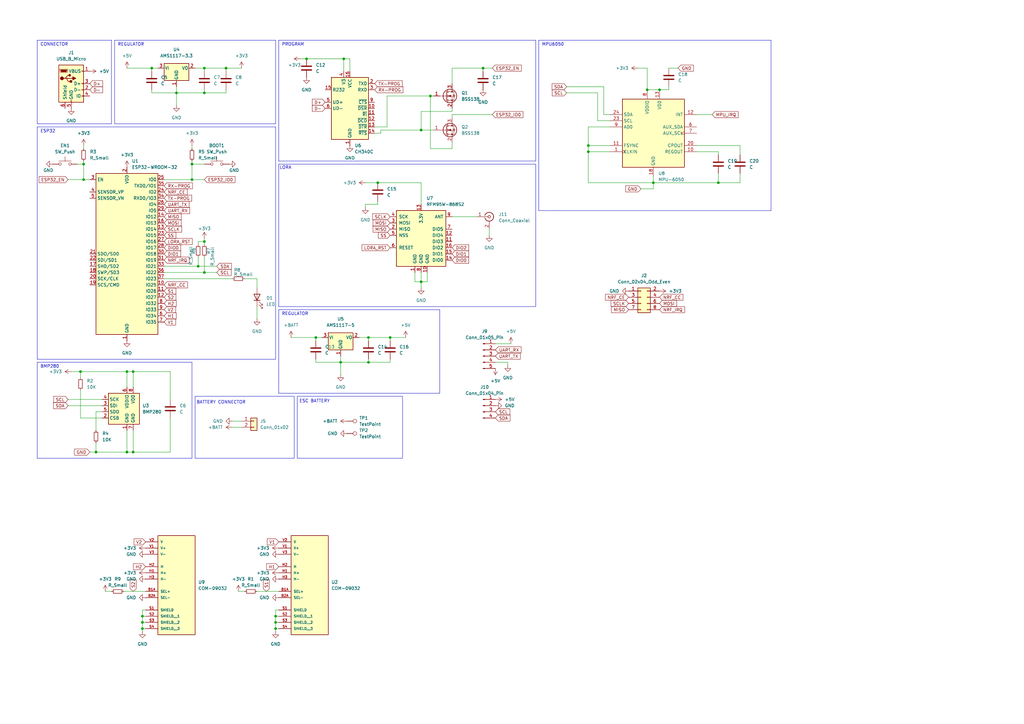
<source format=kicad_sch>
(kicad_sch (version 20231120) (generator "eeschema") (generator_version "8.0")
  (paper "A3")
  (junction (at 113.03 257.81))
  (junction (at 140.97 24.13))
  (junction (at 72.39 38.1))
  (junction (at 151.13 148.59))
  (junction (at 241.3 62.23))
  (junction (at 241.3 59.69))
  (junction (at 151.13 138.43))
  (junction (at 267.97 74.93))
  (junction (at 154.94 74.93))
  (junction (at 81.28 109.22))
  (junction (at 176.53 39.37))
  (junction (at 52.07 185.42))
  (junction (at 270.51 36.83))
  (junction (at 160.02 138.43))
  (junction (at 54.61 152.4))
  (junction (at 83.82 27.94))
  (junction (at 113.03 255.27))
  (junction (at 83.82 38.1))
  (junction (at 34.29 67.31))
  (junction (at 139.7 148.59))
  (junction (at 125.73 24.13))
  (junction (at 33.02 152.4))
  (junction (at 58.42 252.73))
  (junction (at 52.07 152.4))
  (junction (at 83.82 111.76))
  (junction (at 58.42 257.81))
  (junction (at 39.37 185.42))
  (junction (at 34.29 73.66))
  (junction (at 294.64 74.93))
  (junction (at 78.74 67.31))
  (junction (at 129.54 138.43))
  (junction (at 172.72 115.57))
  (junction (at 58.42 255.27))
  (junction (at 78.74 73.66))
  (junction (at 265.43 36.83))
  (junction (at 83.82 99.06))
  (junction (at 62.23 27.94))
  (junction (at 92.71 27.94))
  (junction (at 54.61 185.42))
  (junction (at 113.03 252.73))
  (junction (at 172.72 53.34))
  (junction (at 198.12 27.94))
  (wire (pts (xy 149.86 74.93) (xy 154.94 74.93)))
  (wire (pts (xy 69.85 185.42) (xy 54.61 185.42)))
  (wire (pts (xy 41.91 171.45) (xy 33.02 171.45)))
  (polyline (pts (xy 15.24 187.96) (xy 45.72 187.96)))
  (polyline (pts (xy 114.3 66.04) (xy 219.71 66.04)))
  (wire (pts (xy 170.18 111.76) (xy 170.18 115.57)))
  (wire (pts (xy 129.54 138.43) (xy 132.08 138.43)))
  (polyline (pts (xy 114.3 127) (xy 180.34 127)))
  (polyline (pts (xy 78.74 148.59) (xy 15.24 148.59)))
  (wire (pts (xy 158.75 39.37) (xy 158.75 52.07)))
  (wire (pts (xy 153.67 54.61) (xy 156.21 54.61)))
  (wire (pts (xy 58.42 250.19) (xy 58.42 252.73)))
  (wire (pts (xy 92.71 38.1) (xy 83.82 38.1)))
  (wire (pts (xy 241.3 59.69) (xy 250.19 59.69)))
  (polyline (pts (xy 113.03 52.07) (xy 15.24 52.07)))
  (wire (pts (xy 158.75 39.37) (xy 176.53 39.37)))
  (polyline (pts (xy 113.03 125.73) (xy 113.03 147.32)))
  (wire (pts (xy 175.26 111.76) (xy 175.26 115.57)))
  (wire (pts (xy 149.86 83.82) (xy 149.86 85.09)))
  (wire (pts (xy 58.42 255.27) (xy 59.69 255.27)))
  (wire (pts (xy 33.02 152.4) (xy 52.07 152.4)))
  (wire (pts (xy 143.51 29.21) (xy 143.51 24.13)))
  (wire (pts (xy 69.85 152.4) (xy 54.61 152.4)))
  (wire (pts (xy 54.61 158.75) (xy 54.61 152.4)))
  (polyline (pts (xy 78.74 187.96) (xy 78.74 148.59)))
  (wire (pts (xy 274.32 27.94) (xy 278.13 27.94)))
  (polyline (pts (xy 114.3 161.29) (xy 114.3 127)))
  (polyline (pts (xy 113.03 50.8) (xy 46.99 50.8)))
  (wire (pts (xy 52.07 152.4) (xy 54.61 152.4)))
  (wire (pts (xy 88.9 111.76) (xy 83.82 111.76)))
  (wire (pts (xy 105.41 125.73) (xy 105.41 130.81)))
  (wire (pts (xy 27.94 73.66) (xy 34.29 73.66)))
  (polyline (pts (xy 15.24 148.59) (xy 15.24 187.96)))
  (wire (pts (xy 274.32 36.83) (xy 274.32 35.56)))
  (wire (pts (xy 39.37 181.61) (xy 39.37 185.42)))
  (wire (pts (xy 36.83 185.42) (xy 39.37 185.42)))
  (wire (pts (xy 270.51 36.83) (xy 274.32 36.83)))
  (wire (pts (xy 151.13 139.7) (xy 151.13 138.43)))
  (wire (pts (xy 81.28 99.06) (xy 83.82 99.06)))
  (wire (pts (xy 34.29 73.66) (xy 34.29 67.31)))
  (polyline (pts (xy 219.71 16.51) (xy 114.3 16.51)))
  (wire (pts (xy 39.37 185.42) (xy 52.07 185.42)))
  (wire (pts (xy 185.42 88.9) (xy 195.58 88.9)))
  (wire (pts (xy 303.53 59.69) (xy 303.53 63.5)))
  (wire (pts (xy 97.79 242.57) (xy 100.33 242.57)))
  (wire (pts (xy 185.42 58.42) (xy 185.42 60.96)))
  (wire (pts (xy 241.3 74.93) (xy 267.97 74.93)))
  (wire (pts (xy 69.85 163.83) (xy 69.85 152.4)))
  (wire (pts (xy 247.65 46.99) (xy 247.65 35.56)))
  (wire (pts (xy 78.74 67.31) (xy 83.82 67.31)))
  (wire (pts (xy 125.73 24.13) (xy 140.97 24.13)))
  (polyline (pts (xy 316.23 16.51) (xy 220.98 16.51)))
  (wire (pts (xy 250.19 52.07) (xy 241.3 52.07)))
  (wire (pts (xy 154.94 83.82) (xy 149.86 83.82)))
  (wire (pts (xy 265.43 36.83) (xy 270.51 36.83)))
  (wire (pts (xy 185.42 48.26) (xy 185.42 46.99)))
  (wire (pts (xy 105.41 114.3) (xy 105.41 118.11)))
  (polyline (pts (xy 114.3 16.51) (xy 114.3 66.04)))
  (wire (pts (xy 303.53 71.12) (xy 303.53 74.93)))
  (wire (pts (xy 140.97 29.21) (xy 140.97 24.13)))
  (wire (pts (xy 119.38 138.43) (xy 129.54 138.43)))
  (wire (pts (xy 29.21 152.4) (xy 33.02 152.4)))
  (wire (pts (xy 232.41 38.1) (xy 245.11 38.1)))
  (polyline (pts (xy 46.99 16.51) (xy 113.03 16.51)))
  (wire (pts (xy 151.13 138.43) (xy 160.02 138.43)))
  (polyline (pts (xy 15.24 50.8) (xy 45.72 50.8)))
  (wire (pts (xy 185.42 34.29) (xy 185.42 27.94)))
  (wire (pts (xy 113.03 257.81) (xy 114.3 257.81)))
  (polyline (pts (xy 180.34 161.29) (xy 114.3 161.29)))
  (wire (pts (xy 58.42 257.81) (xy 59.69 257.81)))
  (wire (pts (xy 83.82 105.41) (xy 83.82 111.76)))
  (wire (pts (xy 27.94 166.37) (xy 41.91 166.37)))
  (wire (pts (xy 62.23 38.1) (xy 72.39 38.1)))
  (wire (pts (xy 294.64 62.23) (xy 294.64 63.5)))
  (polyline (pts (xy 15.24 147.32) (xy 113.03 147.32)))
  (wire (pts (xy 83.82 73.66) (xy 78.74 73.66)))
  (wire (pts (xy 43.18 242.57) (xy 45.72 242.57)))
  (wire (pts (xy 58.42 255.27) (xy 58.42 257.81)))
  (wire (pts (xy 95.25 172.72) (xy 99.06 172.72)))
  (polyline (pts (xy 316.23 86.36) (xy 316.23 16.51)))
  (wire (pts (xy 185.42 60.96) (xy 176.53 60.96)))
  (wire (pts (xy 129.54 138.43) (xy 129.54 139.7)))
  (wire (pts (xy 78.74 59.69) (xy 78.74 60.96)))
  (wire (pts (xy 62.23 36.83) (xy 62.23 38.1)))
  (wire (pts (xy 83.82 99.06) (xy 83.82 100.33)))
  (wire (pts (xy 80.01 27.94) (xy 83.82 27.94)))
  (wire (pts (xy 303.53 74.93) (xy 294.64 74.93)))
  (wire (pts (xy 123.19 24.13) (xy 125.73 24.13)))
  (wire (pts (xy 113.03 250.19) (xy 113.03 252.73)))
  (wire (pts (xy 151.13 148.59) (xy 139.7 148.59)))
  (wire (pts (xy 58.42 257.81) (xy 58.42 259.08)))
  (wire (pts (xy 81.28 100.33) (xy 81.28 99.06)))
  (wire (pts (xy 245.11 49.53) (xy 245.11 38.1)))
  (wire (pts (xy 241.3 52.07) (xy 241.3 59.69)))
  (wire (pts (xy 143.51 24.13) (xy 140.97 24.13)))
  (wire (pts (xy 67.31 114.3) (xy 95.25 114.3)))
  (wire (pts (xy 151.13 147.32) (xy 151.13 148.59)))
  (wire (pts (xy 113.03 255.27) (xy 113.03 257.81)))
  (wire (pts (xy 156.21 53.34) (xy 172.72 53.34)))
  (wire (pts (xy 62.23 27.94) (xy 62.23 29.21)))
  (wire (pts (xy 185.42 44.45) (xy 185.42 45.72)))
  (wire (pts (xy 81.28 105.41) (xy 81.28 109.22)))
  (polyline (pts (xy 45.72 50.8) (xy 45.72 16.51)))
  (wire (pts (xy 100.33 114.3) (xy 105.41 114.3)))
  (wire (pts (xy 88.9 109.22) (xy 81.28 109.22)))
  (polyline (pts (xy 46.99 50.8) (xy 46.99 16.51)))
  (wire (pts (xy 185.42 45.72) (xy 172.72 45.72)))
  (wire (pts (xy 139.7 148.59) (xy 139.7 153.67)))
  (wire (pts (xy 129.54 147.32) (xy 129.54 148.59)))
  (wire (pts (xy 285.75 62.23) (xy 294.64 62.23)))
  (wire (pts (xy 33.02 152.4) (xy 33.02 154.94)))
  (wire (pts (xy 92.71 36.83) (xy 92.71 38.1)))
  (wire (pts (xy 241.3 62.23) (xy 241.3 74.93)))
  (wire (pts (xy 129.54 148.59) (xy 139.7 148.59)))
  (wire (pts (xy 27.94 163.83) (xy 41.91 163.83)))
  (wire (pts (xy 154.94 82.55) (xy 154.94 83.82)))
  (wire (pts (xy 54.61 185.42) (xy 52.07 185.42)))
  (wire (pts (xy 153.67 52.07) (xy 158.75 52.07)))
  (wire (pts (xy 78.74 73.66) (xy 67.31 73.66)))
  (wire (pts (xy 160.02 139.7) (xy 160.02 138.43)))
  (wire (pts (xy 113.03 250.19) (xy 114.3 250.19)))
  (wire (pts (xy 39.37 168.91) (xy 39.37 176.53)))
  (wire (pts (xy 294.64 74.93) (xy 267.97 74.93)))
  (wire (pts (xy 241.3 62.23) (xy 250.19 62.23)))
  (wire (pts (xy 52.07 152.4) (xy 52.07 158.75)))
  (wire (pts (xy 267.97 74.93) (xy 267.97 77.47)))
  (wire (pts (xy 113.03 252.73) (xy 114.3 252.73)))
  (wire (pts (xy 72.39 38.1) (xy 72.39 43.18)))
  (polyline (pts (xy 219.71 66.04) (xy 219.71 16.51)))
  (wire (pts (xy 92.71 29.21) (xy 92.71 27.94)))
  (wire (pts (xy 139.7 146.05) (xy 139.7 148.59)))
  (wire (pts (xy 83.82 36.83) (xy 83.82 38.1)))
  (wire (pts (xy 52.07 27.94) (xy 62.23 27.94)))
  (wire (pts (xy 52.07 176.53) (xy 52.07 185.42)))
  (wire (pts (xy 285.75 59.69) (xy 303.53 59.69)))
  (wire (pts (xy 176.53 39.37) (xy 177.8 39.37)))
  (wire (pts (xy 172.72 115.57) (xy 170.18 115.57)))
  (wire (pts (xy 54.61 176.53) (xy 54.61 185.42)))
  (wire (pts (xy 113.03 252.73) (xy 113.03 255.27)))
  (polyline (pts (xy 227.33 86.36) (xy 316.23 86.36)))
  (wire (pts (xy 105.41 242.57) (xy 114.3 242.57)))
  (wire (pts (xy 34.29 67.31) (xy 31.75 67.31)))
  (wire (pts (xy 232.41 35.56) (xy 247.65 35.56)))
  (wire (pts (xy 200.66 93.98) (xy 200.66 96.52)))
  (wire (pts (xy 34.29 73.66) (xy 36.83 73.66)))
  (wire (pts (xy 285.75 46.99) (xy 292.1 46.99)))
  (polyline (pts (xy 113.03 125.73) (xy 113.03 52.07)))
  (wire (pts (xy 92.71 27.94) (xy 99.06 27.94)))
  (wire (pts (xy 62.23 27.94) (xy 64.77 27.94)))
  (wire (pts (xy 262.89 77.47) (xy 267.97 77.47)))
  (wire (pts (xy 265.43 36.83) (xy 265.43 27.94)))
  (wire (pts (xy 72.39 35.56) (xy 72.39 38.1)))
  (wire (pts (xy 175.26 115.57) (xy 172.72 115.57)))
  (wire (pts (xy 267.97 72.39) (xy 267.97 74.93)))
  (wire (pts (xy 67.31 109.22) (xy 81.28 109.22)))
  (wire (pts (xy 69.85 171.45) (xy 69.85 185.42)))
  (polyline (pts (xy 15.24 16.51) (xy 15.24 50.8)))
  (wire (pts (xy 34.29 66.04) (xy 34.29 67.31)))
  (wire (pts (xy 247.65 46.99) (xy 250.19 46.99)))
  (wire (pts (xy 177.8 53.34) (xy 172.72 53.34)))
  (wire (pts (xy 113.03 255.27) (xy 114.3 255.27)))
  (wire (pts (xy 58.42 250.19) (xy 59.69 250.19)))
  (wire (pts (xy 172.72 115.57) (xy 172.72 118.11)))
  (wire (pts (xy 156.21 54.61) (xy 156.21 53.34)))
  (wire (pts (xy 41.91 168.91) (xy 39.37 168.91)))
  (wire (pts (xy 203.2 140.97) (xy 209.55 140.97)))
  (wire (pts (xy 34.29 59.69) (xy 34.29 60.96)))
  (wire (pts (xy 172.72 83.82) (xy 172.72 74.93)))
  (wire (pts (xy 113.03 257.81) (xy 113.03 259.08)))
  (wire (pts (xy 160.02 147.32) (xy 160.02 148.59)))
  (wire (pts (xy 95.25 175.26) (xy 99.06 175.26)))
  (wire (pts (xy 198.12 27.94) (xy 201.93 27.94)))
  (wire (pts (xy 83.82 29.21) (xy 83.82 27.94)))
  (wire (pts (xy 50.8 242.57) (xy 59.69 242.57)))
  (polyline (pts (xy 45.72 16.51) (xy 15.24 16.51)))
  (wire (pts (xy 78.74 73.66) (xy 78.74 67.31)))
  (wire (pts (xy 172.72 74.93) (xy 154.94 74.93)))
  (wire (pts (xy 203.2 148.59) (xy 208.28 148.59)))
  (polyline (pts (xy 45.72 187.96) (xy 78.74 187.96)))
  (wire (pts (xy 198.12 27.94) (xy 198.12 29.21)))
  (wire (pts (xy 176.53 60.96) (xy 176.53 39.37)))
  (polyline (pts (xy 180.34 127) (xy 180.34 161.29)))
  (wire (pts (xy 172.72 111.76) (xy 172.72 115.57)))
  (wire (pts (xy 160.02 148.59) (xy 151.13 148.59)))
  (wire (pts (xy 78.74 66.04) (xy 78.74 67.31)))
  (wire (pts (xy 241.3 59.69) (xy 241.3 62.23)))
  (wire (pts (xy 294.64 71.12) (xy 294.64 74.93)))
  (polyline (pts (xy 15.24 52.07) (xy 15.24 147.32)))
  (wire (pts (xy 250.19 49.53) (xy 245.11 49.53)))
  (wire (pts (xy 147.32 138.43) (xy 151.13 138.43)))
  (wire (pts (xy 83.82 97.79) (xy 83.82 99.06)))
  (wire (pts (xy 67.31 111.76) (xy 83.82 111.76)))
  (wire (pts (xy 58.42 252.73) (xy 58.42 255.27)))
  (wire (pts (xy 261.62 27.94) (xy 265.43 27.94)))
  (wire (pts (xy 185.42 27.94) (xy 198.12 27.94)))
  (wire (pts (xy 83.82 27.94) (xy 92.71 27.94)))
  (wire (pts (xy 58.42 252.73) (xy 59.69 252.73)))
  (polyline (pts (xy 220.98 16.51) (xy 220.98 86.36)))
  (wire (pts (xy 208.28 148.59) (xy 208.28 149.86)))
  (wire (pts (xy 33.02 171.45) (xy 33.02 160.02)))
  (wire (pts (xy 160.02 138.43) (xy 166.37 138.43)))
  (wire (pts (xy 185.42 46.99) (xy 201.93 46.99)))
  (wire (pts (xy 172.72 45.72) (xy 172.72 53.34)))
  (wire (pts (xy 83.82 38.1) (xy 72.39 38.1)))
  (polyline (pts (xy 113.03 16.51) (xy 113.03 50.8)))
  (polyline (pts (xy 220.98 86.36) (xy 227.33 86.36)))
  (rectangle (start 121.92 162.56) (end 165.1 187.96))
  (rectangle (start 114.3 67.31) (end 219.71 125.73))
  (rectangle (start 80.01 162.56) (end 120.65 187.96))
  (text "CONNECTOR" (at 16.51 19.05 0) (effects (font (size 1.27 1.27)) (justify left bottom)))
  (text "REGULATOR" (at 48.26 19.05 0) (effects (font (size 1.27 1.27)) (justify left bottom)))
  (text "REGULATOR" (at 115.57 129.54 0) (effects (font (size 1.27 1.27)) (justify left bottom)))
  (text "MPU6050\n" (at 222.25 19.05 0) (effects (font (size 1.27 1.27)) (justify left bottom)))
  (text "BMP280\n" (at 16.51 151.13 0) (effects (font (size 1.27 1.27)) (justify left bottom)))
  (text "ESC BATTERY" (at 129.032 164.592 0) (effects (font (size 1.27 1.27))))
  (text "LORA" (at 117.094 68.834 0) (effects (font (size 1.27 1.27))))
  (text "PROGRAM" (at 115.57 19.05 0) (effects (font (size 1.27 1.27)) (justify left bottom)))
  (text "ESP32\n" (at 16.51 54.61 0) (effects (font (size 1.27 1.27)) (justify left bottom)))
  (text "BATTERY CONNECTOR" (at 90.678 165.1 0) (effects (font (size 1.27 1.27))))
  (global_label "UART_TX" (shape input) (at 67.31 83.82 0) (property "Intersheetrefs" "${INTERSHEET_REFS}" (effects (hide yes))))
  (global_label "SCL" (shape input) (at 203.2 168.91 0) (property "Intersheetrefs" "${INTERSHEET_REFS}" (effects (hide yes))))
  (global_label "SS" (shape input) (at 67.31 96.52 0) (property "Intersheetrefs" "${INTERSHEET_REFS}" (effects (hide yes))))
  (global_label "TX-PROG" (shape input) (at 153.67 34.29 0) (property "Intersheetrefs" "${INTERSHEET_REFS}" (effects (hide yes))))
  (global_label "SCL" (shape input) (at 88.9 111.76 0) (property "Intersheetrefs" "${INTERSHEET_REFS}" (effects (hide yes))))
  (global_label "MOSI" (shape input) (at 270.51 124.46 0) (property "Intersheetrefs" "${INTERSHEET_REFS}" (effects (hide yes))))
  (global_label "TX-PROG" (shape input) (at 67.31 81.28 0) (property "Intersheetrefs" "${INTERSHEET_REFS}" (effects (hide yes))))
  (global_label "D+" (shape input) (at 133.35 41.91 180) (property "Intersheetrefs" "${INTERSHEET_REFS}" (effects (hide yes))))
  (global_label "H1" (shape input) (at 67.31 129.54 0) (property "Intersheetrefs" "${INTERSHEET_REFS}" (effects (hide yes))))
  (global_label "V2" (shape input) (at 59.69 222.25 180) (property "Intersheetrefs" "${INTERSHEET_REFS}" (effects (hide yes))))
  (global_label "MPU_IRQ" (shape input) (at 292.1 46.99 0) (property "Intersheetrefs" "${INTERSHEET_REFS}" (effects (hide yes))))
  (global_label "SDA" (shape input) (at 203.2 171.45 0) (property "Intersheetrefs" "${INTERSHEET_REFS}" (effects (hide yes))))
  (global_label "GND" (shape input) (at 278.13 27.94 0) (property "Intersheetrefs" "${INTERSHEET_REFS}" (effects (hide yes))))
  (global_label "H2" (shape input) (at 67.31 124.46 0) (property "Intersheetrefs" "${INTERSHEET_REFS}" (effects (hide yes))))
  (global_label "D-" (shape input) (at 133.35 44.45 180) (property "Intersheetrefs" "${INTERSHEET_REFS}" (effects (hide yes))))
  (global_label "RX-PROG" (shape input) (at 153.67 36.83 0) (property "Intersheetrefs" "${INTERSHEET_REFS}" (effects (hide yes))))
  (global_label "S1" (shape input) (at 67.31 119.38 0) (property "Intersheetrefs" "${INTERSHEET_REFS}" (effects (hide yes))))
  (global_label "UART_RX" (shape input) (at 203.2 143.51 0) (property "Intersheetrefs" "${INTERSHEET_REFS}" (effects (hide yes))))
  (global_label "MISO" (shape input) (at 160.02 93.98 180) (property "Intersheetrefs" "${INTERSHEET_REFS}" (effects (hide yes))))
  (global_label "H2" (shape input) (at 59.69 232.41 180) (property "Intersheetrefs" "${INTERSHEET_REFS}" (effects (hide yes))))
  (global_label "MOSI" (shape input) (at 160.02 91.44 180) (property "Intersheetrefs" "${INTERSHEET_REFS}" (effects (hide yes))))
  (global_label "DIO1" (shape input) (at 67.31 104.14 0) (property "Intersheetrefs" "${INTERSHEET_REFS}" (effects (hide yes))))
  (global_label "V1" (shape input) (at 67.31 132.08 0) (property "Intersheetrefs" "${INTERSHEET_REFS}" (effects (hide yes))))
  (global_label "H1" (shape input) (at 114.3 232.41 180) (property "Intersheetrefs" "${INTERSHEET_REFS}" (effects (hide yes))))
  (global_label "SCL" (shape input) (at 27.94 163.83 180) (property "Intersheetrefs" "${INTERSHEET_REFS}" (effects (hide yes))))
  (global_label "D+" (shape input) (at 36.83 34.29 0) (property "Intersheetrefs" "${INTERSHEET_REFS}" (effects (hide yes))))
  (global_label "ESP32_EN" (shape input) (at 201.93 27.94 0) (property "Intersheetrefs" "${INTERSHEET_REFS}" (effects (hide yes))))
  (global_label "NRF_CE" (shape input) (at 67.31 78.74 0) (property "Intersheetrefs" "${INTERSHEET_REFS}" (effects (hide yes))))
  (global_label "ESP32_EN" (shape input) (at 27.94 73.66 180) (property "Intersheetrefs" "${INTERSHEET_REFS}" (effects (hide yes))))
  (global_label "LORA_RST" (shape input) (at 160.02 101.6 180) (property "Intersheetrefs" "${INTERSHEET_REFS}" (effects (hide yes))))
  (global_label "V2" (shape input) (at 67.31 127 0) (property "Intersheetrefs" "${INTERSHEET_REFS}" (effects (hide yes))))
  (global_label "UART_RX" (shape input) (at 67.31 86.36 0) (property "Intersheetrefs" "${INTERSHEET_REFS}" (effects (hide yes))))
  (global_label "SCL" (shape input) (at 232.41 38.1 180) (property "Intersheetrefs" "${INTERSHEET_REFS}" (effects (hide yes))))
  (global_label "MOSI" (shape input) (at 67.31 91.44 0) (property "Intersheetrefs" "${INTERSHEET_REFS}" (effects (hide yes))))
  (global_label "SCLK" (shape input) (at 160.02 88.9 180) (property "Intersheetrefs" "${INTERSHEET_REFS}" (effects (hide yes))))
  (global_label "SDA" (shape input) (at 27.94 166.37 180) (property "Intersheetrefs" "${INTERSHEET_REFS}" (effects (hide yes))))
  (global_label "ESP32_IO0" (shape input) (at 83.82 73.66 0) (property "Intersheetrefs" "${INTERSHEET_REFS}" (effects (hide yes))))
  (global_label "MISO" (shape input) (at 67.31 88.9 0) (property "Intersheetrefs" "${INTERSHEET_REFS}" (effects (hide yes))))
  (global_label "S2" (shape input) (at 67.31 121.92 0) (property "Intersheetrefs" "${INTERSHEET_REFS}" (effects (hide yes))))
  (global_label "S1" (shape input) (at 109.22 242.57 90) (property "Intersheetrefs" "${INTERSHEET_REFS}" (effects (hide yes))))
  (global_label "NRF_IRQ" (shape input) (at 270.51 127 0) (property "Intersheetrefs" "${INTERSHEET_REFS}" (effects (hide yes))))
  (global_label "SDA" (shape input) (at 232.41 35.56 180) (property "Intersheetrefs" "${INTERSHEET_REFS}" (effects (hide yes))))
  (global_label "NRF_CC" (shape input) (at 67.31 116.84 0) (property "Intersheetrefs" "${INTERSHEET_REFS}" (effects (hide yes))))
  (global_label "ESP32_IO0" (shape input) (at 201.93 46.99 0) (property "Intersheetrefs" "${INTERSHEET_REFS}" (effects (hide yes))))
  (global_label "S2" (shape input) (at 54.61 242.57 90) (property "Intersheetrefs" "${INTERSHEET_REFS}" (effects (hide yes))))
  (global_label "LORA_RST" (shape input) (at 67.31 99.06 0) (property "Intersheetrefs" "${INTERSHEET_REFS}" (effects (hide yes))))
  (global_label "SCLK" (shape input) (at 67.31 93.98 0) (property "Intersheetrefs" "${INTERSHEET_REFS}" (effects (hide yes))))
  (global_label "SS" (shape input) (at 160.02 96.52 180) (property "Intersheetrefs" "${INTERSHEET_REFS}" (effects (hide yes))))
  (global_label "NRF_CC" (shape input) (at 270.51 121.92 0) (property "Intersheetrefs" "${INTERSHEET_REFS}" (effects (hide yes))))
  (global_label "DIO2" (shape input) (at 185.42 101.6 0) (property "Intersheetrefs" "${INTERSHEET_REFS}" (effects (hide yes))))
  (global_label "GND" (shape input) (at 262.89 77.47 180) (property "Intersheetrefs" "${INTERSHEET_REFS}" (effects (hide yes))))
  (global_label "UART_TX" (shape input) (at 203.2 146.05 0) (property "Intersheetrefs" "${INTERSHEET_REFS}" (effects (hide yes))))
  (global_label "NRF_IRQ" (shape input) (at 67.31 106.68 0) (property "Intersheetrefs" "${INTERSHEET_REFS}" (effects (hide yes))))
  (global_label "D-" (shape input) (at 36.83 36.83 0) (property "Intersheetrefs" "${INTERSHEET_REFS}" (effects (hide yes))))
  (global_label "RX-PROG" (shape input) (at 67.31 76.2 0) (property "Intersheetrefs" "${INTERSHEET_REFS}" (effects (hide yes))))
  (global_label "GND" (shape input) (at 36.83 185.42 180) (property "Intersheetrefs" "${INTERSHEET_REFS}" (effects (hide yes))))
  (global_label "MISO" (shape input) (at 257.81 127 180) (property "Intersheetrefs" "${INTERSHEET_REFS}" (effects (hide yes))))
  (global_label "NRF_CE" (shape input) (at 257.81 121.92 180) (property "Intersheetrefs" "${INTERSHEET_REFS}" (effects (hide yes))))
  (global_label "DIO0" (shape input) (at 185.42 106.68 0) (property "Intersheetrefs" "${INTERSHEET_REFS}" (effects (hide yes))))
  (global_label "DIO0" (shape input) (at 67.31 101.6 0) (property "Intersheetrefs" "${INTERSHEET_REFS}" (effects (hide yes))))
  (global_label "V1" (shape input) (at 114.3 222.25 180) (property "Intersheetrefs" "${INTERSHEET_REFS}" (effects (hide yes))))
  (global_label "SDA" (shape input) (at 88.9 109.22 0) (property "Intersheetrefs" "${INTERSHEET_REFS}" (effects (hide yes))))
  (global_label "DIO1" (shape input) (at 185.42 104.14 0) (property "Intersheetrefs" "${INTERSHEET_REFS}" (effects (hide yes))))
  (global_label "SCLK" (shape input) (at 257.81 124.46 180) (property "Intersheetrefs" "${INTERSHEET_REFS}" (effects (hide yes))))
  (symbol (lib_id "power:GND") (at 143.51 59.69 0) (unit 1)
    (property "Reference" "#PWR042" (effects (hide yes)))
    (property "Value" "GND" (at 143.51 64.77 0))
  )
  (symbol (lib_id "power:GND") (at 208.28 149.86 0) (unit 1)
    (property "Reference" "#PWR045" (effects (hide yes)))
    (property "Value" "GND" (at 208.28 154.94 0))
  )
  (symbol (lib_id "Connector:Conn_Coaxial") (at 200.66 88.9 0) (unit 1)
    (property "Reference" "J11" (at 204.47 87.9231 0) (effects (justify left)))
    (property "Value" "Conn_Coaxial" (at 204.47 90.4631 0) (effects (justify left)))
    (property "Footprint" "Connector_Coaxial:SMA_Samtec_SMA-J-P-H-ST-EM1_EdgeMount" (effects (hide yes)))
    (property "Description" "coaxial connector (BNC, SMA, SMB, SMC, Cinch/RCA, LEMO, ...)" (effects (hide yes)))
  )
  (symbol (lib_id "joystick:COM-09032") (at 127 234.95 0) (unit 1)
    (property "Reference" "U2" (at 135.89 238.7599 0) (effects (justify left)))
    (property "Value" "COM-09032" (at 135.89 241.2999 0) (effects (justify left)))
    (property "Footprint" "COM-09032:XDCR_COM-09032" (effects (hide yes)))
    (property "MF" "SparkFun Electronics" (effects (hide yes)))
    (property "MAXIMUM_PACKAGE_HEIGHT" "30.1mm" (effects (hide yes)))
    (property "Package" "Package" (effects (hide yes)))
    (property "Price" "None" (effects (hide yes)))
    (property "Check_prices" "https://www.snapeda.com/parts/COM-09032/SparkFun/view-part/?ref=eda" (effects (hide yes)))
    (property "STANDARD" "Manufacturer Recommendations" (effects (hide yes)))
    (property "PARTREV" "N/A" (effects (hide yes)))
    (property "SnapEDA_Link" "https://www.snapeda.com/parts/COM-09032/SparkFun/view-part/?ref=snap" (effects (hide yes)))
    (property "MP" "COM-09032" (effects (hide yes)))
    (property "Description_1" "\n                        \n                            Joystick, 2 - Axis Analog (Resistive) Output\n                        \n" (effects (hide yes)))
    (property "Availability" "In Stock" (effects (hide yes)))
    (property "MANUFACTURER" "SparkFun Electronics" (effects (hide yes)))
  )
  (symbol (lib_id "power:+5V") (at 203.2 163.83 270) (unit 1)
    (property "Reference" "#PWR043" (effects (hide yes)))
    (property "Value" "+5V" (at 207.01 163.8299 90) (effects (justify left)))
  )
  (symbol (lib_id "power:+3V3") (at 59.69 224.79 90) (unit 1)
    (property "Reference" "#PWR016" (effects (hide yes)))
    (property "Value" "+3V3" (at 55.88 224.7899 90) (effects (justify left)))
  )
  (symbol (lib_id "Device:R_Small") (at 78.74 63.5 0) (unit 1)
    (property "Reference" "R5" (at 81.28 62.2299 0) (effects (justify left)))
    (property "Value" "R_Small" (at 81.28 64.7699 0) (effects (justify left)))
    (property "Footprint" "Resistor_SMD:R_0603_1608Metric" (effects (hide yes)))
  )
  (symbol (lib_id "power:+5V") (at 203.2 151.13 180) (unit 1)
    (property "Reference" "#PWR013" (effects (hide yes)))
    (property "Value" "+5V" (at 203.2 156.21 0))
  )
  (symbol (lib_id "power:+3V3") (at 114.3 234.95 90) (unit 1)
    (property "Reference" "#PWR01" (effects (hide yes)))
    (property "Value" "+3V3" (at 110.49 234.9499 90) (effects (justify left)))
  )
  (symbol (lib_id "Device:C") (at 303.53 67.31 0) (unit 1)
    (property "Reference" "C20" (at 307.34 66.0399 0) (effects (justify left)))
    (property "Value" "C" (at 307.34 68.5799 0) (effects (justify left)))
    (property "Footprint" "Capacitor_SMD:C_0603_1608Metric" (effects (hide yes)))
  )
  (symbol (lib_id "power:GND") (at 114.3 227.33 270) (unit 1)
    (property "Reference" "#PWR04" (effects (hide yes)))
    (property "Value" "GND" (at 110.49 227.3299 90) (effects (justify right)))
    (property "Description" "Power symbol creates a global label with name \"GND\" , ground" (effects (hide yes)))
  )
  (symbol (lib_id "power:GND") (at 59.69 237.49 270) (unit 1)
    (property "Reference" "#PWR025" (effects (hide yes)))
    (property "Value" "GND" (at 55.88 237.4899 90) (effects (justify right)))
    (property "Description" "Power symbol creates a global label with name \"GND\" , ground" (effects (hide yes)))
  )
  (symbol (lib_id "Device:C") (at 198.12 33.02 0) (unit 1)
    (property "Reference" "C17" (at 201.93 31.7499 0) (effects (justify left)))
    (property "Value" "C" (at 201.93 34.2899 0) (effects (justify left)))
    (property "Footprint" "Capacitor_SMD:C_0603_1608Metric" (effects (hide yes)))
  )
  (symbol (lib_id "power:GND") (at 93.98 67.31 90) (unit 1)
    (property "Reference" "#PWR031" (effects (hide yes)))
    (property "Value" "GND" (at 93.98 69.85 90) (effects (justify right)))
  )
  (symbol (lib_id "Device:C") (at 125.73 27.94 0) (unit 1)
    (property "Reference" "C12" (at 129.54 26.6699 0) (effects (justify left)))
    (property "Value" "C" (at 129.54 29.2099 0) (effects (justify left)))
    (property "Footprint" "Capacitor_SMD:C_0603_1608Metric" (effects (hide yes)))
  )
  (symbol (lib_id "Device:R_Small") (at 83.82 102.87 180) (unit 1)
    (property "Reference" "R7" (at 85.598 102.87 90))
    (property "Value" "R_Small" (at 87.122 105.156 90))
    (property "Footprint" "Resistor_SMD:R_0603_1608Metric" (effects (hide yes)))
  )
  (symbol (lib_id "power:GND") (at 114.3 237.49 270) (unit 1)
    (property "Reference" "#PWR03" (effects (hide yes)))
    (property "Value" "GND" (at 110.49 237.4899 90) (effects (justify right)))
    (property "Description" "Power symbol creates a global label with name \"GND\" , ground" (effects (hide yes)))
  )
  (symbol (lib_id "Device:C") (at 69.85 167.64 0) (unit 1)
    (property "Reference" "C6" (at 73.66 166.3699 0) (effects (justify left)))
    (property "Value" "C" (at 73.66 168.9099 0) (effects (justify left)))
    (property "Footprint" "Capacitor_SMD:C_0603_1608Metric" (effects (hide yes)))
  )
  (symbol (lib_id "Device:C") (at 274.32 31.75 0) (unit 1)
    (property "Reference" "C18" (at 278.13 30.4799 0) (effects (justify left)))
    (property "Value" "C" (at 278.13 33.0199 0) (effects (justify left)))
    (property "Footprint" "Capacitor_SMD:C_0603_1608Metric" (effects (hide yes)))
  )
  (symbol (lib_id "Regulator_Linear:AMS1117-3.3") (at 72.39 27.94 0) (unit 1)
    (property "Reference" "U4" (at 72.39 20.32 0))
    (property "Value" "AMS1117-3.3" (at 72.39 22.86 0))
    (property "Footprint" "Package_TO_SOT_SMD:SOT-223-3_TabPin2" (effects (hide yes)))
    (property "Datasheet" "http://www.advanced-monolithic.com/pdf/ds1117.pdf" (effects (hide yes)))
  )
  (symbol (lib_id "Connector:USB_B_Micro") (at 29.21 34.29 0) (unit 1)
    (property "Reference" "J1" (at 29.21 21.59 0))
    (property "Value" "USB_B_Micro" (at 29.21 24.13 0))
    (property "Footprint" "Connector_USB:USB_Micro-B_Amphenol_10118194_Horizontal" (effects (hide yes)))
    (property "Description" "USB Micro Type B connector" (effects (hide yes)))
  )
  (symbol (lib_id "Device:R_Small") (at 81.28 102.87 180) (unit 1)
    (property "Reference" "R6" (at 79.502 102.87 90))
    (property "Value" "R_Small" (at 78.232 104.902 90))
    (property "Footprint" "Resistor_SMD:R_0603_1608Metric" (effects (hide yes)))
  )
  (symbol (lib_id "power:+3V3") (at 83.82 97.79 0) (unit 1)
    (property "Reference" "#PWR024" (effects (hide yes)))
    (property "Value" "+3V3" (at 83.82 93.726 0))
  )
  (symbol (lib_id "power:GND") (at 95.25 172.72 270) (unit 1)
    (property "Reference" "#PWR032" (effects (hide yes)))
    (property "Value" "GND" (at 91.44 172.7199 90) (effects (justify right)))
  )
  (symbol (lib_id "power:+3V3") (at 52.07 68.58 0) (unit 1)
    (property "Reference" "#PWR020" (effects (hide yes)))
    (property "Value" "+3V3" (at 52.07 63.5 0))
  )
  (symbol (lib_id "power:GND") (at 139.7 153.67 0) (unit 1)
    (property "Reference" "#PWR039" (effects (hide yes)))
    (property "Value" "GND" (at 139.7 158.75 0))
  )
  (symbol (lib_id "power:GND") (at 72.39 43.18 0) (unit 1)
    (property "Reference" "#PWR022" (effects (hide yes)))
    (property "Value" "GND" (at 72.39 48.26 0))
  )
  (symbol (lib_id "power:+3V3") (at 270.51 119.38 270) (unit 1)
    (property "Reference" "#PWR028" (effects (hide yes)))
    (property "Value" "+3V3" (at 274.32 119.3799 90) (effects (justify left)))
  )
  (symbol (lib_id "power:+5V") (at 52.07 27.94 0) (unit 1)
    (property "Reference" "#PWR019" (effects (hide yes)))
    (property "Value" "+5V" (at 52.07 22.86 0))
  )
  (symbol (lib_id "power:GND") (at 200.66 96.52 0) (unit 1)
    (property "Reference" "#PWR052" (effects (hide yes)))
    (property "Value" "GND" (at 200.66 101.6 0))
  )
  (symbol (lib_id "power:GND") (at 172.72 118.11 0) (unit 1)
    (property "Reference" "#PWR050" (effects (hide yes)))
    (property "Value" "GND" (at 172.72 123.19 0))
  )
  (symbol (lib_id "Device:C") (at 62.23 33.02 0) (unit 1)
    (property "Reference" "C5" (at 66.04 31.7499 0) (effects (justify left)))
    (property "Value" "C" (at 66.04 34.2899 0) (effects (justify left)))
    (property "Footprint" "Capacitor_SMD:C_0603_1608Metric" (effects (hide yes)))
  )
  (symbol (lib_id "power:GND") (at 29.21 44.45 0) (unit 1)
    (property "Reference" "#PWR09" (effects (hide yes)))
    (property "Value" "GND" (at 29.21 49.53 0))
  )
  (symbol (lib_id "Switch:SW_Push") (at 26.67 67.31 0) (unit 1)
    (property "Reference" "EN1" (at 26.67 59.69 0))
    (property "Value" "SW_Push" (at 26.67 62.23 0))
    (property "Footprint" "Button_Switch_SMD:SW_SPST_FSMSM" (effects (hide yes)))
  )
  (symbol (lib_id "Device:C") (at 129.54 143.51 0) (unit 1)
    (property "Reference" "C13" (at 133.35 142.2399 0) (effects (justify left)))
    (property "Value" "C" (at 133.35 144.7799 0) (effects (justify left)))
    (property "Footprint" "Capacitor_SMD:C_0603_1608Metric" (effects (hide yes)))
  )
  (symbol (lib_id "power:GND") (at 142.24 177.8 270) (unit 1)
    (property "Reference" "#PWR041" (effects (hide yes)))
    (property "Value" "GND" (at 138.43 177.7999 90) (effects (justify right)))
  )
  (symbol (lib_id "power:GND") (at 257.81 119.38 270) (unit 1)
    (property "Reference" "#PWR027" (effects (hide yes)))
    (property "Value" "GND" (at 254 119.3799 90) (effects (justify right)))
  )
  (symbol (lib_id "power:+3V3") (at 78.74 59.69 0) (unit 1)
    (property "Reference" "#PWR023" (effects (hide yes)))
    (property "Value" "+3V3" (at 78.74 54.61 0))
  )
  (symbol (lib_id "Device:C") (at 83.82 33.02 0) (unit 1)
    (property "Reference" "C7" (at 87.63 31.7499 0) (effects (justify left)))
    (property "Value" "C" (at 87.63 34.2899 0) (effects (justify left)))
    (property "Footprint" "Capacitor_SMD:C_0603_1608Metric" (effects (hide yes)))
  )
  (symbol (lib_id "Device:C") (at 294.64 67.31 0) (unit 1)
    (property "Reference" "C19" (at 298.45 66.0399 0) (effects (justify left)))
    (property "Value" "C" (at 298.45 68.5799 0) (effects (justify left)))
    (property "Footprint" "Capacitor_SMD:C_0603_1608Metric" (effects (hide yes)))
  )
  (symbol (lib_id "joystick:COM-09032") (at 72.39 234.95 0) (unit 1)
    (property "Reference" "U9" (at 81.28 238.7599 0) (effects (justify left)))
    (property "Value" "COM-09032" (at 81.28 241.2999 0) (effects (justify left)))
    (property "Footprint" "COM-09032:XDCR_COM-09032" (effects (hide yes)))
    (property "MF" "SparkFun Electronics" (effects (hide yes)))
    (property "MAXIMUM_PACKAGE_HEIGHT" "30.1mm" (effects (hide yes)))
    (property "Package" "Package" (effects (hide yes)))
    (property "Price" "None" (effects (hide yes)))
    (property "Check_prices" "https://www.snapeda.com/parts/COM-09032/SparkFun/view-part/?ref=eda" (effects (hide yes)))
    (property "STANDARD" "Manufacturer Recommendations" (effects (hide yes)))
    (property "PARTREV" "N/A" (effects (hide yes)))
    (property "SnapEDA_Link" "https://www.snapeda.com/parts/COM-09032/SparkFun/view-part/?ref=snap" (effects (hide yes)))
    (property "MP" "COM-09032" (effects (hide yes)))
    (property "Description_1" "\n                        \n                            Joystick, 2 - Axis Analog (Resistive) Output\n                        \n" (effects (hide yes)))
    (property "Availability" "In Stock" (effects (hide yes)))
    (property "MANUFACTURER" "SparkFun Electronics" (effects (hide yes)))
  )
  (symbol (lib_id "power:GND") (at 125.73 31.75 0) (unit 1)
    (property "Reference" "#PWR038" (effects (hide yes)))
    (property "Value" "GND" (at 125.73 36.83 0))
  )
  (symbol (lib_id "power:+5V") (at 209.55 140.97 0) (unit 1)
    (property "Reference" "#PWR046" (effects (hide yes)))
    (property "Value" "+5V" (at 209.55 135.89 0))
  )
  (symbol (lib_id "power:GND") (at 198.12 36.83 0) (unit 1)
    (property "Reference" "#PWR051" (effects (hide yes)))
    (property "Value" "GND" (at 198.12 41.91 0))
  )
  (symbol (lib_id "Device:C") (at 160.02 143.51 0) (unit 1)
    (property "Reference" "C16" (at 163.83 142.2399 0) (effects (justify left)))
    (property "Value" "C" (at 163.83 144.7799 0) (effects (justify left)))
    (property "Footprint" "Capacitor_SMD:C_0603_1608Metric" (effects (hide yes)))
  )
  (symbol (lib_id "power:GND") (at 149.86 85.09 0) (unit 1)
    (property "Reference" "#PWR048" (effects (hide yes)))
    (property "Value" "GND" (at 149.86 90.17 0))
  )
  (symbol (lib_id "power:GND") (at 58.42 259.08 0) (unit 1)
    (property "Reference" "#PWR015" (effects (hide yes)))
    (property "Value" "GND" (at 58.42 264.16 0))
    (property "Description" "Power symbol creates a global label with name \"GND\" , ground" (effects (hide yes)))
  )
  (symbol (lib_id "Connector:TestPoint") (at 142.24 172.72 270) (unit 1)
    (property "Reference" "TP1" (at 147.32 171.4499 90) (effects (justify left)))
    (property "Value" "TestPoint" (at 147.32 173.9899 90) (effects (justify left)))
    (property "Footprint" "TestPoint:TestPoint_Pad_2.5x2.5mm" (effects (hide yes)))
    (property "Description" "test point" (effects (hide yes)))
  )
  (symbol (lib_id "power:GND") (at 114.3 245.11 270) (unit 1)
    (property "Reference" "#PWR06" (effects (hide yes)))
    (property "Value" "GND" (at 110.49 245.1099 90) (effects (justify right)))
    (property "Description" "Power symbol creates a global label with name \"GND\" , ground" (effects (hide yes)))
  )
  (symbol (lib_id "power:GND") (at 52.07 139.7 0) (unit 1)
    (property "Reference" "#PWR021" (effects (hide yes)))
    (property "Value" "GND" (at 52.07 144.78 0))
  )
  (symbol (lib_id "Device:R_Small") (at 102.87 242.57 270) (unit 1)
    (property "Reference" "R1" (at 102.87 237.49 90))
    (property "Value" "R_Small" (at 102.87 240.03 90))
    (property "Footprint" "Resistor_SMD:R_0603_1608Metric" (effects (hide yes)))
    (property "Description" "Resistor, small symbol" (effects (hide yes)))
  )
  (symbol (lib_id "power:+3V3") (at 114.3 224.79 90) (unit 1)
    (property "Reference" "#PWR030" (effects (hide yes)))
    (property "Value" "+3V3" (at 110.49 224.7899 90) (effects (justify left)))
  )
  (symbol (lib_id "power:+BATT") (at 119.38 138.43 0) (unit 1)
    (property "Reference" "#PWR036" (effects (hide yes)))
    (property "Value" "+BATT" (at 119.38 133.35 0))
    (property "Description" "Power symbol creates a global label with name \"+BATT\"" (effects (hide yes)))
  )
  (symbol (lib_id "power:GND") (at 59.69 245.11 270) (unit 1)
    (property "Reference" "#PWR026" (effects (hide yes)))
    (property "Value" "GND" (at 55.88 245.1099 90) (effects (justify right)))
    (property "Description" "Power symbol creates a global label with name \"GND\" , ground" (effects (hide yes)))
  )
  (symbol (lib_id "power:+5V") (at 36.83 29.21 270) (unit 1)
    (property "Reference" "#PWR012" (effects (hide yes)))
    (property "Value" "+5V" (at 40.64 29.2099 90) (effects (justify left)))
  )
  (symbol (lib_id "power:GND") (at 21.59 67.31 270) (unit 1)
    (property "Reference" "#PWR08" (effects (hide yes)))
    (property "Value" "GND" (at 17.78 69.85 90) (effects (justify left)))
  )
  (symbol (lib_id "Connector:Conn_01x04_Pin") (at 198.12 166.37 0) (unit 1)
    (property "Reference" "J10" (at 198.755 158.75 0))
    (property "Value" "Conn_01x04_Pin" (at 198.755 161.29 0))
    (property "Footprint" "Connector_PinHeader_2.54mm:PinHeader_1x04_P2.54mm_Vertical" (effects (hide yes)))
    (property "Description" "Generic connector, single row, 01x04, script generated" (effects (hide yes)))
  )
  (symbol (lib_id "power:GND") (at 203.2 166.37 90) (unit 1)
    (property "Reference" "#PWR029" (effects (hide yes)))
    (property "Value" "GND" (at 207.01 166.3699 90) (effects (justify right)))
  )
  (symbol (lib_id "Sensor_Motion:MPU-6050") (at 267.97 54.61 0) (unit 1)
    (property "Reference" "U8" (at 269.9894 71.12 0) (effects (justify left)))
    (property "Value" "MPU-6050" (at 269.9894 73.66 0) (effects (justify left)))
    (property "Footprint" "Sensor_Motion:InvenSense_QFN-24_4x4mm_P0.5mm" (effects (hide yes)))
    (property "Datasheet" "https://store.invensense.com/datasheets/invensense/MPU-6050_DataSheet_V3%204.pdf" (effects (hide yes)))
  )
  (symbol (lib_id "Device:R_Small") (at 39.37 179.07 0) (unit 1)
    (property "Reference" "R4" (at 41.91 177.7999 0) (effects (justify left)))
    (property "Value" "10K" (at 41.91 180.3399 0) (effects (justify left)))
    (property "Footprint" "Resistor_SMD:R_0603_1608Metric" (effects (hide yes)))
  )
  (symbol (lib_id "power:GND") (at 105.41 130.81 0) (unit 1)
    (property "Reference" "#PWR035" (effects (hide yes)))
    (property "Value" "GND" (at 105.41 135.89 0))
  )
  (symbol (lib_id "RF_Module:ESP32-WROOM-32") (at 52.07 104.14 0) (unit 1)
    (property "Reference" "U1" (at 54.0894 66.04 0) (effects (justify left)))
    (property "Value" "ESP32-WROOM-32" (at 54.0894 68.58 0) (effects (justify left)))
    (property "Footprint" "RF_Module:ESP32-WROOM-32" (effects (hide yes)))
    (property "Datasheet" "https://www.espressif.com/sites/default/files/documentation/esp32-wroom-32_datasheet_en.pdf" (effects (hide yes)))
  )
  (symbol (lib_id "RF_Module:RFM95W-868S2") (at 172.72 96.52 0) (unit 1)
    (property "Reference" "U7" (at 174.9141 81.28 0) (effects (justify left)))
    (property "Value" "RFM95W-868S2" (at 174.9141 83.82 0) (effects (justify left)))
    (property "Footprint" "RF_Module:HOPERF_RFM9XW_SMD" (effects (hide yes)))
    (property "Datasheet" "https://www.hoperf.com/data/upload/portal/20181127/5bfcbea20e9ef.pdf" (effects (hide yes)))
    (property "Description" "Low power long range transceiver module, SPI and parallel interface, 868 MHz, spreading factor 6 to12, bandwidth 7.8 to 500kHz, -111 to -148 dBm, SMD-16, DIP-16" (effects (hide yes)))
  )
  (symbol (lib_id "power:GND") (at 113.03 259.08 0) (unit 1)
    (property "Reference" "#PWR07" (effects (hide yes)))
    (property "Value" "GND" (at 113.03 264.16 0))
    (property "Description" "Power symbol creates a global label with name \"GND\" , ground" (effects (hide yes)))
  )
  (symbol (lib_id "power:+3V3") (at 261.62 27.94 90) (unit 1)
    (property "Reference" "#PWR053" (effects (hide yes)))
    (property "Value" "+3V3" (at 257.81 27.9399 90) (effects (justify left)))
  )
  (symbol (lib_id "power:+3V3") (at 43.18 242.57 0) (unit 1)
    (property "Reference" "#PWR05" (effects (hide yes)))
    (property "Value" "+3V3" (at 43.18 237.49 0))
  )
  (symbol (lib_id "Device:C") (at 92.71 33.02 0) (unit 1)
    (property "Reference" "C8" (at 96.52 31.7499 0) (effects (justify left)))
    (property "Value" "C" (at 96.52 34.2899 0) (effects (justify left)))
    (property "Footprint" "Capacitor_SMD:C_0603_1608Metric" (effects (hide yes)))
  )
  (symbol (lib_id "Connector_Generic:Conn_02x04_Odd_Even") (at 262.89 121.92 0) (unit 1)
    (property "Reference" "J2" (at 264.16 113.03 0))
    (property "Value" "Conn_02x04_Odd_Even" (at 264.16 115.57 0))
    (property "Footprint" "Connector_PinHeader_2.54mm:PinHeader_2x04_P2.54mm_Vertical" (effects (hide yes)))
    (property "Description" "Generic connector, double row, 02x04, odd/even pin numbering scheme (row 1 odd numbers, row 2 even numbers), script generated (kicad-library-utils/schlib/autogen/connector/)" (effects (hide yes)))
  )
  (symbol (lib_id "power:+BATT") (at 142.24 172.72 90) (unit 1)
    (property "Reference" "#PWR040" (effects (hide yes)))
    (property "Value" "+BATT" (at 138.43 172.7199 90) (effects (justify left)))
    (property "Description" "Power symbol creates a global label with name \"+BATT\"" (effects (hide yes)))
  )
  (symbol (lib_id "Device:R_Small") (at 33.02 157.48 0) (unit 1)
    (property "Reference" "R2" (at 35.56 156.2099 0) (effects (justify left)))
    (property "Value" "10K" (at 35.56 158.7499 0) (effects (justify left)))
    (property "Footprint" "Resistor_SMD:R_0603_1608Metric" (effects (hide yes)))
  )
  (symbol (lib_id "Connector:TestPoint") (at 142.24 177.8 270) (unit 1)
    (property "Reference" "TP2" (at 147.32 176.5299 90) (effects (justify left)))
    (property "Value" "TestPoint" (at 147.32 179.0699 90) (effects (justify left)))
    (property "Footprint" "TestPoint:TestPoint_Pad_2.5x2.5mm" (effects (hide yes)))
    (property "Description" "test point" (effects (hide yes)))
  )
  (symbol (lib_id "power:+BATT") (at 95.25 175.26 90) (unit 1)
    (property "Reference" "#PWR033" (effects (hide yes)))
    (property "Value" "+BATT" (at 91.44 175.2599 90) (effects (justify left)))
    (property "Description" "Power symbol creates a global label with name \"+BATT\"" (effects (hide yes)))
  )
  (symbol (lib_id "Device:R_Small") (at 97.79 114.3 90) (unit 1)
    (property "Reference" "R8" (at 97.282 110.744 90))
    (property "Value" "R_Small" (at 99.822 112.522 90))
    (property "Footprint" "Resistor_SMD:R_0603_1608Metric" (effects (hide yes)))
  )
  (symbol (lib_id "power:+3V3") (at 99.06 27.94 0) (unit 1)
    (property "Reference" "#PWR034" (effects (hide yes)))
    (property "Value" "+3V3" (at 99.06 22.86 0))
  )
  (symbol (lib_id "Device:LED") (at 105.41 121.92 90) (unit 1)
    (property "Reference" "D1" (at 109.22 122.2374 90) (effects (justify right)))
    (property "Value" "LED" (at 109.22 124.7774 90) (effects (justify right)))
    (property "Footprint" "LED_SMD:LED_0603_1608Metric" (effects (hide yes)))
  )
  (symbol (lib_id "Regulator_Linear:AMS1117-3.3") (at 139.7 138.43 0) (unit 1)
    (property "Reference" "U5" (at 139.7 130.81 0))
    (property "Value" "AMS1117-5" (at 139.7 133.35 0))
    (property "Footprint" "Package_TO_SOT_SMD:SOT-223-3_TabPin2" (effects (hide yes)))
    (property "Datasheet" "http://www.advanced-monolithic.com/pdf/ds1117.pdf" (effects (hide yes)))
  )
  (symbol (lib_id "power:+3V3") (at 97.79 242.57 0) (unit 1)
    (property "Reference" "#PWR02" (effects (hide yes)))
    (property "Value" "+3V3" (at 97.79 237.49 0))
  )
  (symbol (lib_id "power:+3V3") (at 123.19 24.13 90) (unit 1)
    (property "Reference" "#PWR037" (effects (hide yes)))
    (property "Value" "+3V3" (at 118.11 26.67 90) (effects (justify right)))
  )
  (symbol (lib_id "Switch:SW_Push") (at 88.9 67.31 0) (unit 1)
    (property "Reference" "BOOT1" (at 88.9 59.69 0))
    (property "Value" "SW_Push" (at 88.9 62.23 0))
    (property "Footprint" "Button_Switch_SMD:SW_SPST_FSMSM" (effects (hide yes)))
  )
  (symbol (lib_id "power:+3V3") (at 34.29 59.69 0) (unit 1)
    (property "Reference" "#PWR011" (effects (hide yes)))
    (property "Value" "+3V3" (at 34.29 54.61 0))
  )
  (symbol (lib_id "Transistor_FET:BSS138") (at 182.88 39.37 0) (unit 1)
    (property "Reference" "Q1" (at 189.23 38.0999 0) (effects (justify left)))
    (property "Value" "BSS138" (at 189.23 40.6399 0) (effects (justify left)))
    (property "Footprint" "Package_TO_SOT_SMD:SOT-23" (effects (hide yes)))
    (property "Datasheet" "https://www.onsemi.com/pub/Collateral/BSS138-D.PDF" (effects (hide yes)))
  )
  (symbol (lib_id "power:+3V3") (at 29.21 152.4 90) (unit 1)
    (property "Reference" "#PWR010" (effects (hide yes)))
    (property "Value" "+3V3" (at 25.4 152.3999 90) (effects (justify left)))
  )
  (symbol (lib_id "Device:C") (at 154.94 78.74 0) (unit 1)
    (property "Reference" "C15" (at 158.75 77.4699 0) (effects (justify left)))
    (property "Value" "C" (at 158.75 80.0099 0) (effects (justify left)))
    (property "Footprint" "Capacitor_SMD:C_0603_1608Metric" (effects (hide yes)))
  )
  (symbol (lib_id "Sensor_Pressure:BMP280") (at 52.07 168.91 0) (unit 1)
    (property "Reference" "U3" (at 58.42 166.3699 0) (effects (justify left)))
    (property "Value" "BMP280" (at 58.42 168.9099 0) (effects (justify left)))
    (property "Footprint" "Package_LGA:Bosch_LGA-8_2x2.5mm_P0.65mm_ClockwisePinNumbering" (effects (hide yes)))
    (property "Datasheet" "https://ae-bst.resource.bosch.com/media/_tech/media/datasheets/BST-BMP280-DS001.pdf" (effects (hide yes)))
  )
  (symbol (lib_id "Device:R_Small") (at 34.29 63.5 0) (unit 1)
    (property "Reference" "R3" (at 36.83 62.2299 0) (effects (justify left)))
    (property "Value" "R_Small" (at 36.83 64.7699 0) (effects (justify left)))
    (property "Footprint" "Resistor_SMD:R_0603_1608Metric" (effects (hide yes)))
  )
  (symbol (lib_id "Connector:Conn_01x05_Pin") (at 198.12 146.05 0) (unit 1)
    (property "Reference" "J9" (at 198.755 135.89 0))
    (property "Value" "Conn_01x05_Pin" (at 198.755 138.43 0))
    (property "Footprint" "Connector_PinHeader_2.54mm:PinHeader_1x05_P2.54mm_Vertical" (effects (hide yes)))
    (property "Description" "Generic connector, single row, 01x05, script generated" (effects (hide yes)))
  )
  (symbol (lib_id "Interface_USB:CH340C") (at 143.51 44.45 0) (unit 1)
    (property "Reference" "U6" (at 145.4659 59.69 0) (effects (justify left)))
    (property "Value" "CH340C" (at 145.4659 62.23 0) (effects (justify left)))
    (property "Footprint" "Package_SO:SOIC-16_3.9x9.9mm_P1.27mm" (effects (hide yes)))
    (property "Datasheet" "https://datasheet.lcsc.com/szlcsc/Jiangsu-Qin-Heng-CH340C_C84681.pdf" (effects (hide yes)))
  )
  (symbol (lib_id "Transistor_FET:BSS138") (at 182.88 53.34 0) (unit 1)
    (property "Reference" "Q2" (at 189.23 52.0699 0) (effects (justify left)))
    (property "Value" "BSS138" (at 189.23 54.6099 0) (effects (justify left)))
    (property "Footprint" "Package_TO_SOT_SMD:SOT-23" (effects (hide yes)))
    (property "Datasheet" "https://www.onsemi.com/pub/Collateral/BSS138-D.PDF" (effects (hide yes)))
  )
  (symbol (lib_id "power:+5V") (at 166.37 138.43 0) (unit 1)
    (property "Reference" "#PWR049" (effects (hide yes)))
    (property "Value" "+5V" (at 166.37 133.35 0))
  )
  (symbol (lib_id "power:GND") (at 59.69 227.33 270) (unit 1)
    (property "Reference" "#PWR017" (effects (hide yes)))
    (property "Value" "GND" (at 55.88 227.3299 90) (effects (justify right)))
    (property "Description" "Power symbol creates a global label with name \"GND\" , ground" (effects (hide yes)))
  )
  (symbol (lib_id "Connector_Generic:Conn_01x02") (at 104.14 172.72 0) (unit 1)
    (property "Reference" "J5" (at 106.68 172.7199 0) (effects (justify left)))
    (property "Value" "Conn_01x02" (at 106.68 175.2599 0) (effects (justify left)))
    (property "Footprint" "Connector_AMASS:AMASS_XT30U-F_1x02_P5.0mm_Vertical" (effects (hide yes)))
    (property "Description" "Generic connector, single row, 01x02, script generated (kicad-library-utils/schlib/autogen/connector/)" (effects (hide yes)))
  )
  (symbol (lib_id "Device:R_Small") (at 48.26 242.57 270) (unit 1)
    (property "Reference" "R9" (at 48.26 237.49 90))
    (property "Value" "R_Small" (at 48.26 240.03 90))
    (property "Footprint" "Resistor_SMD:R_0603_1608Metric" (effects (hide yes)))
    (property "Description" "Resistor, small symbol" (effects (hide yes)))
  )
  (symbol (lib_id "Device:C") (at 151.13 143.51 0) (unit 1)
    (property "Reference" "C14" (at 154.94 142.2399 0) (effects (justify left)))
    (property "Value" "C" (at 154.94 144.7799 0) (effects (justify left)))
    (property "Footprint" "Capacitor_SMD:C_0603_1608Metric" (effects (hide yes)))
  )
  (symbol (lib_id "power:+3V3") (at 149.86 74.93 90) (unit 1)
    (property "Reference" "#PWR047" (effects (hide yes)))
    (property "Value" "+3V3" (at 146.05 74.9299 90) (effects (justify left)))
  )
  (symbol (lib_id "power:+3V3") (at 59.69 234.95 90) (unit 1)
    (property "Reference" "#PWR014" (effects (hide yes)))
    (property "Value" "+3V3" (at 55.88 234.9499 90) (effects (justify left)))
  )
)
</source>
